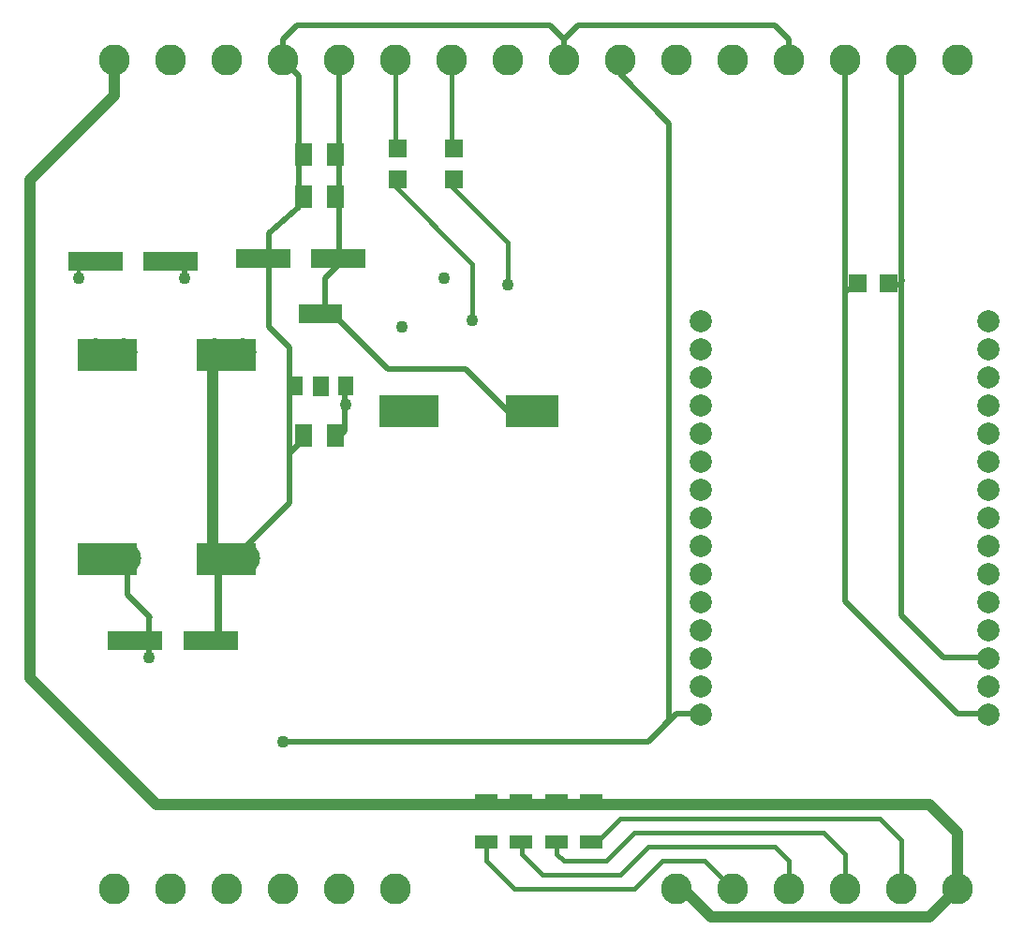
<source format=gbr>
%FSLAX34Y34*%
%MOMM*%
%LNCOPPER_TOP*%
G71*
G01*
%ADD10C, 2.80*%
%ADD11C, 2.50*%
%ADD12C, 1.10*%
%ADD13R, 1.40X1.70*%
%ADD14C, 0.00*%
%ADD15R, 4.00X1.70*%
%ADD16R, 1.60X2.00*%
%ADD17C, 0.50*%
%ADD18C, 0.70*%
%ADD19C, 0.40*%
%ADD20R, 3.00X1.00*%
%ADD21C, 1.00*%
%ADD22R, 2.00X1.30*%
%ADD23R, 1.50X3.00*%
%ADD24R, 5.00X1.70*%
%ADD25C, 2.00*%
%ADD26C, 0.35*%
%LPD*%
X166300Y-102800D02*
G54D10*
D03*
X217100Y-102800D02*
G54D10*
D03*
X267900Y-102800D02*
G54D10*
D03*
X318700Y-102800D02*
G54D10*
D03*
X369500Y-102800D02*
G54D10*
D03*
X420300Y-102800D02*
G54D10*
D03*
X282590Y-366872D02*
G54D11*
D03*
X174640Y-366872D02*
G54D11*
D03*
X257195Y-553560D02*
G54D11*
D03*
X152420Y-553560D02*
G54D11*
D03*
X257195Y-366870D02*
G54D11*
D03*
X149245Y-366870D02*
G54D11*
D03*
X285770Y-553560D02*
G54D11*
D03*
X177820Y-553560D02*
G54D11*
D03*
X318700Y-718750D02*
G54D12*
D03*
X471100Y-102800D02*
G54D10*
D03*
X521900Y-102800D02*
G54D10*
D03*
X572700Y-102800D02*
G54D10*
D03*
X623500Y-102800D02*
G54D10*
D03*
X674300Y-102800D02*
G54D10*
D03*
X725100Y-102800D02*
G54D10*
D03*
X775900Y-102800D02*
G54D10*
D03*
X826700Y-102800D02*
G54D10*
D03*
X877500Y-102800D02*
G54D10*
D03*
X928300Y-102800D02*
G54D10*
D03*
X166300Y-852100D02*
G54D10*
D03*
X217100Y-852100D02*
G54D10*
D03*
X267900Y-852100D02*
G54D10*
D03*
X318700Y-852100D02*
G54D10*
D03*
X369500Y-852100D02*
G54D10*
D03*
X420300Y-852100D02*
G54D10*
D03*
X674300Y-852100D02*
G54D10*
D03*
X725100Y-852100D02*
G54D10*
D03*
X775900Y-852100D02*
G54D10*
D03*
X826700Y-852100D02*
G54D10*
D03*
X877500Y-852100D02*
G54D10*
D03*
X928300Y-852100D02*
G54D10*
D03*
X329452Y-397557D02*
G54D13*
D03*
G36*
X345451Y-389057D02*
X359451Y-389056D01*
X359452Y-406056D01*
X345452Y-406057D01*
X345451Y-389057D01*
G37*
G54D14*
X345451Y-389057D02*
X359451Y-389056D01*
X359452Y-406056D01*
X345452Y-406057D01*
X345451Y-389057D01*
X375451Y-397556D02*
G54D13*
D03*
X352452Y-332557D02*
G54D15*
D03*
X337750Y-442525D02*
G54D16*
D03*
X365750Y-442525D02*
G54D16*
D03*
X134550Y-299650D02*
G54D12*
D03*
X229800Y-299650D02*
G54D12*
D03*
G54D17*
X152420Y-553560D02*
X177820Y-553560D01*
X177820Y-585971D01*
X198112Y-606264D01*
X198050Y-606326D01*
X198050Y-642550D01*
G54D18*
X260370Y-553560D02*
X260370Y-628306D01*
X198050Y-642550D02*
G54D12*
D03*
X337750Y-226625D02*
G54D16*
D03*
X365750Y-226625D02*
G54D16*
D03*
G54D17*
X369500Y-102800D02*
X369500Y-229800D01*
X369500Y-286950D01*
X356800Y-299650D01*
X356800Y-331400D01*
X375850Y-413950D02*
G54D12*
D03*
X464750Y-299650D02*
G54D12*
D03*
X426650Y-344100D02*
G54D12*
D03*
G54D19*
X420300Y-102800D02*
X420300Y-185350D01*
G54D19*
X471100Y-102800D02*
X471100Y-179000D01*
G54D19*
X490150Y-337750D02*
X490150Y-286950D01*
X420300Y-217100D01*
G54D19*
X470449Y-216449D02*
X521900Y-267900D01*
X521900Y-306000D01*
X521900Y-306000D02*
G54D12*
D03*
X490150Y-337750D02*
G54D12*
D03*
X337750Y-188525D02*
G54D16*
D03*
X365750Y-188525D02*
G54D16*
D03*
G54D17*
X229800Y-299650D02*
X229888Y-285252D01*
G54D17*
X324532Y-362632D02*
X306000Y-344100D01*
X306000Y-259526D01*
X333112Y-235614D01*
X333112Y-117212D01*
X318700Y-102800D01*
X318700Y-83750D01*
X331400Y-71050D01*
X560000Y-71050D01*
X572700Y-83750D01*
X572700Y-102800D01*
X572700Y-83750D01*
X585400Y-71050D01*
X763200Y-71050D01*
X775900Y-83750D01*
X775900Y-102800D01*
G54D17*
X286950Y-553650D02*
X286950Y-540950D01*
X325050Y-502850D01*
X325050Y-363150D01*
X361093Y-284412D02*
G54D20*
D03*
X311093Y-284412D02*
G54D20*
D03*
X159280Y-285026D02*
G54D20*
D03*
X209280Y-285026D02*
G54D20*
D03*
X194239Y-627792D02*
G54D20*
D03*
X244239Y-627792D02*
G54D20*
D03*
G54D17*
X337750Y-439350D02*
X337750Y-445700D01*
X325050Y-458400D01*
G54D21*
X648900Y-775900D02*
X204400Y-775900D01*
X90100Y-661600D01*
X90100Y-210750D01*
X166300Y-134550D01*
X166300Y-102800D01*
G54D21*
X674300Y-852100D02*
X680650Y-852100D01*
X706050Y-877500D01*
X902900Y-877500D01*
X928300Y-852100D01*
X928300Y-801300D01*
X902900Y-775900D01*
X636200Y-775900D01*
X597455Y-772401D02*
G54D22*
D03*
X597555Y-810001D02*
G54D22*
D03*
X565705Y-772401D02*
G54D22*
D03*
X565805Y-810001D02*
G54D22*
D03*
X533955Y-772401D02*
G54D22*
D03*
X534055Y-810001D02*
G54D22*
D03*
X502205Y-772401D02*
G54D22*
D03*
X502305Y-810001D02*
G54D22*
D03*
G54D19*
X598100Y-807650D02*
X604450Y-807650D01*
X623500Y-788600D01*
X858450Y-788600D01*
X877500Y-807650D01*
X877500Y-845750D01*
X883850Y-852100D01*
G54D19*
X566350Y-814000D02*
X566350Y-820350D01*
X572700Y-826700D01*
X610800Y-826700D01*
X636200Y-801300D01*
X807650Y-801300D01*
X826700Y-820350D01*
X826700Y-852100D01*
G54D19*
X534600Y-814000D02*
X534600Y-820350D01*
X553650Y-839400D01*
X623500Y-839400D01*
X648900Y-814000D01*
X763200Y-814000D01*
X775900Y-826700D01*
X775900Y-845750D01*
X769550Y-852100D01*
G54D19*
X502850Y-814000D02*
X502850Y-826700D01*
X528250Y-852100D01*
X636200Y-852100D01*
X661600Y-826700D01*
X699700Y-826700D01*
X725100Y-852100D01*
X413950Y-420300D02*
G54D23*
D03*
X426650Y-420300D02*
G54D23*
D03*
X439350Y-420300D02*
G54D23*
D03*
X452050Y-420300D02*
G54D23*
D03*
X528250Y-420300D02*
G54D23*
D03*
X540950Y-420300D02*
G54D23*
D03*
X547300Y-420300D02*
G54D23*
D03*
X560000Y-420300D02*
G54D23*
D03*
G54D17*
X540950Y-420300D02*
X521900Y-420300D01*
X483800Y-382200D01*
X413950Y-382200D01*
X363150Y-331400D01*
X140900Y-369500D02*
G54D23*
D03*
X153600Y-369500D02*
G54D23*
D03*
X166300Y-369500D02*
G54D23*
D03*
X179000Y-369500D02*
G54D23*
D03*
X248850Y-369500D02*
G54D23*
D03*
X261550Y-369500D02*
G54D23*
D03*
X274250Y-369500D02*
G54D23*
D03*
X286950Y-369500D02*
G54D23*
D03*
X140900Y-553650D02*
G54D23*
D03*
X153600Y-553650D02*
G54D23*
D03*
X166300Y-553650D02*
G54D23*
D03*
X179000Y-553650D02*
G54D23*
D03*
X248850Y-553650D02*
G54D23*
D03*
X261550Y-553650D02*
G54D23*
D03*
X274250Y-553650D02*
G54D23*
D03*
X286950Y-553650D02*
G54D23*
D03*
X185294Y-627862D02*
G54D24*
D03*
X253149Y-627862D02*
G54D24*
D03*
X149015Y-284836D02*
G54D24*
D03*
X216871Y-284836D02*
G54D24*
D03*
X301254Y-282597D02*
G54D24*
D03*
X369110Y-282597D02*
G54D24*
D03*
G54D21*
X255200Y-363150D02*
X255200Y-560000D01*
G54D17*
X318700Y-718750D02*
X648900Y-718750D01*
X667950Y-699700D01*
X667950Y-159950D01*
X623500Y-115500D01*
X623500Y-109150D01*
G54D17*
X826700Y-102800D02*
X826700Y-591750D01*
X928300Y-693350D01*
X960050Y-693350D01*
G54D17*
X877500Y-102800D02*
X877500Y-604450D01*
X915600Y-642550D01*
X953700Y-642550D01*
G54D17*
X693350Y-693350D02*
X674300Y-693350D01*
X648900Y-718750D01*
G36*
X830179Y-296861D02*
X846179Y-296861D01*
X846179Y-312861D01*
X830179Y-312861D01*
X830179Y-296861D01*
G37*
G36*
X858179Y-296861D02*
X874179Y-296861D01*
X874179Y-312861D01*
X858179Y-312861D01*
X858179Y-296861D01*
G37*
G36*
X465387Y-174550D02*
X481387Y-174550D01*
X481387Y-190550D01*
X465387Y-190550D01*
X465387Y-174550D01*
G37*
G36*
X465387Y-202550D02*
X481387Y-202550D01*
X481387Y-218550D01*
X465387Y-218550D01*
X465387Y-202550D01*
G37*
G36*
X414587Y-174550D02*
X430587Y-174550D01*
X430587Y-190550D01*
X414587Y-190550D01*
X414587Y-174550D01*
G37*
G36*
X414587Y-202550D02*
X430587Y-202550D01*
X430587Y-218550D01*
X414587Y-218550D01*
X414587Y-202550D01*
G37*
G54D17*
X374650Y-412750D02*
X374650Y-393700D01*
G54D17*
X374650Y-412750D02*
X374650Y-438150D01*
X368300Y-444500D01*
G54D19*
X837400Y-308000D02*
X831623Y-308000D01*
X827170Y-312453D01*
G54D19*
X862800Y-308000D02*
X872000Y-308000D01*
X878113Y-301887D01*
X696163Y-338744D02*
G54D25*
D03*
X696163Y-364144D02*
G54D25*
D03*
X696163Y-389544D02*
G54D25*
D03*
X696163Y-414944D02*
G54D25*
D03*
X696163Y-440344D02*
G54D25*
D03*
X696163Y-465744D02*
G54D25*
D03*
X696163Y-491144D02*
G54D25*
D03*
X696163Y-516544D02*
G54D25*
D03*
X696163Y-541944D02*
G54D25*
D03*
X696163Y-567344D02*
G54D25*
D03*
X696163Y-592744D02*
G54D25*
D03*
X696163Y-618144D02*
G54D25*
D03*
X696163Y-643544D02*
G54D25*
D03*
X696163Y-668944D02*
G54D25*
D03*
X696163Y-694344D02*
G54D25*
D03*
X956513Y-338744D02*
G54D25*
D03*
X956513Y-364144D02*
G54D25*
D03*
X956513Y-389544D02*
G54D25*
D03*
X956513Y-414944D02*
G54D25*
D03*
X956513Y-440344D02*
G54D25*
D03*
X956513Y-465744D02*
G54D25*
D03*
X956513Y-491144D02*
G54D25*
D03*
X956513Y-516544D02*
G54D25*
D03*
X956513Y-541944D02*
G54D25*
D03*
X956513Y-567344D02*
G54D25*
D03*
X956513Y-592744D02*
G54D25*
D03*
X956513Y-618144D02*
G54D25*
D03*
X956513Y-643544D02*
G54D25*
D03*
X956513Y-668944D02*
G54D25*
D03*
X956513Y-694344D02*
G54D25*
D03*
G54D26*
X134545Y-300000D02*
X134545Y-286946D01*
X133350Y-285750D01*
M02*

</source>
